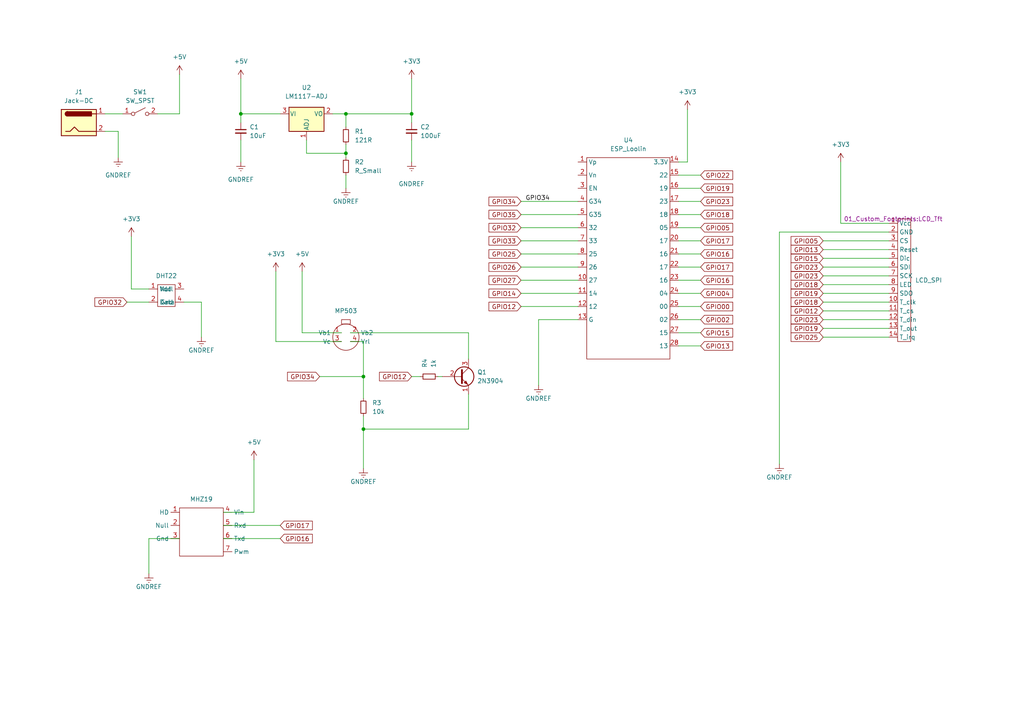
<source format=kicad_sch>
(kicad_sch (version 20211123) (generator eeschema)
  (paper "A4")
  (title_block (title "IOT_Air_Quality_Device") (date "2022-11-20") (rev "1.0") (company "MPROTOTYPING"))
  (lib_symbols
    (symbol "Connector:Jack-DC" (pin_names (offset 1.016))
      (property "Reference" "J" (at 0 5.334 0))
      (property "Value" "Jack-DC" (at 0 -5.08 0))
      (symbol "Jack-DC_0_1"
        (rectangle (start -5.08 3.81) (end 5.08 -3.81) (stroke (width 0.254)) (fill (type background)))
        (arc (start -3.302 3.175) (mid -3.937 2.54) (end -3.302 1.905) (stroke (width 0.254)))
        (arc (start -3.302 3.175) (mid -3.937 2.54) (end -3.302 1.905) (stroke (width 0.254)) (fill (type outline)))
        (polyline (pts (xy 5.08 2.54) (xy 3.81 2.54)) (stroke (width 0.254)))
        (polyline (pts (xy -3.81 -2.54) (xy -2.54 -2.54) (xy -1.27 -1.27) (xy 0 -2.54) (xy 2.54 -2.54) (xy 5.08 -2.54)) (stroke (width 0.254)))
        (rectangle (start 3.683 3.175) (end -3.302 1.905) (stroke (width 0.254)) (fill (type outline)))
      )
      (symbol "Jack-DC_1_1"
        (pin passive line (at 7.62 2.54 180) (length 2.54) (name "~") (number "1"))
        (pin passive line (at 7.62 -2.54 180) (length 2.54) (name "~") (number "2"))
      )
    )
    (symbol "Custom_Symbols:DHT22"
      (property "Value" "DHT22" (at 2.54 2.54 0))
      (symbol "DHT22_0_1"
        (rectangle (start 0 0) (end 5.08 -6.35))
      )
      (symbol "DHT22_1_1"
        (pin bidirectional line (at -2.54 -1.27 0) (length 2.54) (name "Vdd") (number "1"))
        (pin bidirectional line (at -2.54 -5.08 0) (length 2.54) (name "Data") (number "2"))
        (pin bidirectional line (at 7.62 -1.27 180) (length 2.54) (name "Null") (number "3"))
        (pin bidirectional line (at 7.62 -5.08 180) (length 2.54) (name "Gnd") (number "4"))
      )
    )
    (symbol "Custom_Symbols:ESP_Loolin"
      (property "Reference" "U" (at 0 1.27 0))
      (property "Value" "ESP_Loolin" (at 7.62 5.08 0))
      (symbol "ESP_Loolin_0_1"
        (rectangle (start 0 0) (end 24.13 -58.42))
      )
      (symbol "ESP_Loolin_1_1"
        (pin bidirectional line (at -2.54 -1.27 0) (length 2.54) (name "Vp") (number "1"))
        (pin bidirectional line (at -2.54 -35.56 0) (length 2.54) (name "27") (number "10"))
        (pin bidirectional line (at -2.54 -39.37 0) (length 2.54) (name "14") (number "11"))
        (pin bidirectional line (at -2.54 -43.18 0) (length 2.54) (name "12") (number "12"))
        (pin bidirectional line (at -2.54 -46.99 0) (length 2.54) (name "G") (number "13"))
        (pin bidirectional line (at 26.67 -1.27 180) (length 2.54) (name "3.3V") (number "14"))
        (pin bidirectional line (at 26.67 -5.08 180) (length 2.54) (name "22") (number "15"))
        (pin bidirectional line (at 26.67 -8.89 180) (length 2.54) (name "19") (number "16"))
        (pin bidirectional line (at 26.67 -12.7 180) (length 2.54) (name "23") (number "17"))
        (pin bidirectional line (at 26.67 -16.51 180) (length 2.54) (name "18") (number "18"))
        (pin bidirectional line (at 26.67 -20.32 180) (length 2.54) (name "05") (number "19"))
        (pin bidirectional line (at -2.54 -5.08 0) (length 2.54) (name "Vn") (number "2"))
        (pin bidirectional line (at 26.67 -24.13 180) (length 2.54) (name "17") (number "20"))
        (pin bidirectional line (at 26.67 -27.94 180) (length 2.54) (name "16") (number "21"))
        (pin bidirectional line (at 26.67 -31.75 180) (length 2.54) (name "17") (number "22"))
        (pin bidirectional line (at 26.67 -35.56 180) (length 2.54) (name "16") (number "23"))
        (pin bidirectional line (at 26.67 -39.37 180) (length 2.54) (name "04") (number "24"))
        (pin bidirectional line (at 26.67 -43.18 180) (length 2.54) (name "00") (number "25"))
        (pin bidirectional line (at 26.67 -46.99 180) (length 2.54) (name "02") (number "26"))
        (pin bidirectional line (at 26.67 -50.8 180) (length 2.54) (name "15") (number "27"))
        (pin bidirectional line (at 26.67 -54.61 180) (length 2.54) (name "13") (number "28"))
        (pin bidirectional line (at -2.54 -8.89 0) (length 2.54) (name "EN") (number "3"))
        (pin bidirectional line (at -2.54 -12.7 0) (length 2.54) (name "G34") (number "4"))
        (pin bidirectional line (at -2.54 -16.51 0) (length 2.54) (name "G35") (number "5"))
        (pin bidirectional line (at -2.54 -20.32 0) (length 2.54) (name "32") (number "6"))
        (pin bidirectional line (at -2.54 -24.13 0) (length 2.54) (name "33") (number "7"))
        (pin bidirectional line (at -2.54 -27.94 0) (length 2.54) (name "25") (number "8"))
        (pin bidirectional line (at -2.54 -31.75 0) (length 2.54) (name "26") (number "9"))
      )
    )
    (symbol "Custom_Symbols:LCD_SPI"
      (property "Value" "LCD_SPI" (at -5.08 1.27 0))
      (symbol "LCD_SPI_0_1"
        (rectangle (start 0 0) (end 3.81 -35.56))
      )
      (symbol "LCD_SPI_1_1"
        (pin bidirectional line (at -2.54 -1.27 0) (length 2.54) (name "Vcc") (number "1"))
        (pin bidirectional line (at -2.54 -24.13 0) (length 2.54) (name "T_clk") (number "10"))
        (pin bidirectional line (at -2.54 -26.67 0) (length 2.54) (name "T_cs") (number "11"))
        (pin bidirectional line (at -2.54 -29.21 0) (length 2.54) (name "T_din") (number "12"))
        (pin bidirectional line (at -2.54 -31.75 0) (length 2.54) (name "T_out") (number "13"))
        (pin bidirectional line (at -2.54 -34.29 0) (length 2.54) (name "T_irq") (number "14"))
        (pin bidirectional line (at -2.54 -3.81 0) (length 2.54) (name "GND") (number "2"))
        (pin bidirectional line (at -2.54 -6.35 0) (length 2.54) (name "CS") (number "3"))
        (pin bidirectional line (at -2.54 -8.89 0) (length 2.54) (name "Reset") (number "4"))
        (pin bidirectional line (at -2.54 -11.43 0) (length 2.54) (name "Dic") (number "5"))
        (pin bidirectional line (at -2.54 -13.97 0) (length 2.54) (name "SDI") (number "6"))
        (pin bidirectional line (at -2.54 -16.51 0) (length 2.54) (name "SCK") (number "7"))
        (pin bidirectional line (at -2.54 -19.05 0) (length 2.54) (name "LED") (number "8"))
        (pin bidirectional line (at -2.54 -21.59 0) (length 2.54) (name "SDO") (number "9"))
      )
    )
    (symbol "Custom_Symbols:MHZ19"
      (property "Value" "MHZ19" (at 5.08 1.27 0))
      (symbol "MHZ19_0_1"
        (rectangle (start 0 0) (end 12.7 -13.97))
      )
      (symbol "MHZ19_1_1"
        (pin bidirectional line (at 0 -1.27 180) (length 2.54) (name "HD") (number "1"))
        (pin bidirectional line (at 0 -5.08 180) (length 2.54) (name "Null") (number "2"))
        (pin bidirectional line (at 0 -8.89 180) (length 2.54) (name "Gnd") (number "3"))
        (pin bidirectional line (at 12.7 -1.27 0) (length 2.54) (name "Vin") (number "4"))
        (pin bidirectional line (at 12.7 -5.08 0) (length 2.54) (name "Rxd") (number "5"))
        (pin bidirectional line (at 12.7 -8.89 0) (length 2.54) (name "Txd") (number "6"))
        (pin bidirectional line (at 12.7 -12.7 0) (length 2.54) (name "Pwm") (number "7"))
      )
    )
    (symbol "Custom_Symbols:MP503"
      (property "Value" "MP503" (at 2.54 6.35 0))
      (symbol "MP503_0_1"
        (rectangle (start -1.27 5.08) (end 1.27 3.81))
        (circle (center 0 0) (radius 3.81))
      )
      (symbol "MP503_1_1"
        (pin bidirectional line (at -1.27 1.27 180) (length 2.54) (name "Vb1") (number "1"))
        (pin bidirectional line (at 1.27 1.27 0) (length 2.54) (name "Vb2") (number "2"))
        (pin bidirectional line (at -1.27 -1.27 180) (length 2.54) (name "Vc") (number "3"))
        (pin bidirectional line (at 1.27 -1.27 0) (length 2.54) (name "Vrl") (number "4"))
      )
    )
    (symbol "Device:C_Small" (pin_numbers hide) (pin_names (offset 0.254) hide)
      (property "Reference" "C" (at 0.254 1.778 0))
      (property "Value" "C_Small" (at 0.254 -2.032 0))
      (symbol "C_Small_0_1"
        (polyline (pts (xy -1.524 -0.508) (xy 1.524 -0.508)) (stroke (width 0.3302)))
        (polyline (pts (xy -1.524 0.508) (xy 1.524 0.508)) (stroke (width 0.3048)))
      )
      (symbol "C_Small_1_1"
        (pin passive line (at 0 2.54 270) (length 2.032) (name "~") (number "1"))
        (pin passive line (at 0 -2.54 90) (length 2.032) (name "~") (number "2"))
      )
    )
    (symbol "Device:R_Small" (pin_numbers hide) (pin_names (offset 0.254) hide)
      (property "Reference" "R" (at 0.762 0.508 0))
      (property "Value" "R_Small" (at 0.762 -1.016 0))
      (symbol "R_Small_0_1"
        (rectangle (start -0.762 1.778) (end 0.762 -1.778) (stroke (width 0.2032)))
      )
      (symbol "R_Small_1_1"
        (pin passive line (at 0 2.54 270) (length 0.762) (name "~") (number "1"))
        (pin passive line (at 0 -2.54 90) (length 0.762) (name "~") (number "2"))
      )
    )
    (symbol "Regulator_Linear:LM1117-ADJ" (pin_names (offset 0.254))
      (property "Reference" "U" (at -3.81 3.175 0))
      (property "Value" "LM1117-ADJ" (at 0 3.175 0))
      (symbol "LM1117-ADJ_0_1"
        (rectangle (start -5.08 -5.08) (end 5.08 1.905) (stroke (width 0.254)) (fill (type background)))
      )
      (symbol "LM1117-ADJ_1_1"
        (pin input line (at 0 -7.62 90) (length 2.54) (name "ADJ") (number "1"))
        (pin power_out line (at 7.62 0 180) (length 2.54) (name "VO") (number "2"))
        (pin power_in line (at -7.62 0 0) (length 2.54) (name "VI") (number "3"))
      )
    )
    (symbol "Switch:SW_SPST" (pin_names (offset 0) hide)
      (property "Reference" "SW" (at 0 3.175 0))
      (property "Value" "SW_SPST" (at 0 -2.54 0))
      (symbol "SW_SPST_0_0"
        (circle (center -2.032 0) (radius 0.508))
        (polyline (pts (xy -1.524 0.254) (xy 1.524 1.778)))
        (circle (center 2.032 0) (radius 0.508))
      )
      (symbol "SW_SPST_1_1"
        (pin passive line (at -5.08 0 0) (length 2.54) (name "A") (number "1"))
        (pin passive line (at 5.08 0 180) (length 2.54) (name "B") (number "2"))
      )
    )
    (symbol "Transistor_BJT:2N3904" (pin_names (offset 0) hide)
      (property "Reference" "Q" (at 5.08 1.905 0))
      (property "Value" "2N3904" (at 5.08 0 0))
      (symbol "2N3904_0_1"
        (polyline (pts (xy 0.635 0.635) (xy 2.54 2.54)))
        (polyline (pts (xy 0.635 -0.635) (xy 2.54 -2.54) (xy 2.54 -2.54)))
        (polyline (pts (xy 0.635 1.905) (xy 0.635 -1.905) (xy 0.635 -1.905)) (stroke (width 0.508)))
        (polyline (pts (xy 1.27 -1.778) (xy 1.778 -1.27) (xy 2.286 -2.286) (xy 1.27 -1.778) (xy 1.27 -1.778)) (fill (type outline)))
        (circle (center 1.27 0) (radius 2.8194) (stroke (width 0.254)))
      )
      (symbol "2N3904_1_1"
        (pin passive line (at 2.54 -5.08 90) (length 2.54) (name "E") (number "1"))
        (pin passive line (at -5.08 0 0) (length 5.715) (name "B") (number "2"))
        (pin passive line (at 2.54 5.08 270) (length 2.54) (name "C") (number "3"))
      )
    )
    (symbol "power:+3V3" (power) (pin_names (offset 0))
      (property "Value" "+3V3" (at 0 3.556 0))
      (symbol "+3V3_0_1"
        (polyline (pts (xy -0.762 1.27) (xy 0 2.54)))
        (polyline (pts (xy 0 0) (xy 0 2.54)))
        (polyline (pts (xy 0 2.54) (xy 0.762 1.27)))
      )
      (symbol "+3V3_1_1"
        (pin power_in line (at 0 0 90) (length 0) hide (name "+3V3") (number "1"))
      )
    )
    (symbol "power:+5V" (power) (pin_names (offset 0))
      (property "Value" "+5V" (at 0 3.556 0))
      (symbol "+5V_0_1"
        (polyline (pts (xy -0.762 1.27) (xy 0 2.54)))
        (polyline (pts (xy 0 0) (xy 0 2.54)))
        (polyline (pts (xy 0 2.54) (xy 0.762 1.27)))
      )
      (symbol "+5V_1_1"
        (pin power_in line (at 0 0 90) (length 0) hide (name "+5V") (number "1"))
      )
    )
    (symbol "power:GNDREF" (power) (pin_names (offset 0))
      (property "Value" "GNDREF" (at 0 -3.81 0))
      (symbol "GNDREF_0_1"
        (polyline (pts (xy -0.635 -1.905) (xy 0.635 -1.905)))
        (polyline (pts (xy -0.127 -2.54) (xy 0.127 -2.54)))
        (polyline (pts (xy 0 -1.27) (xy 0 0)))
        (polyline (pts (xy 1.27 -1.27) (xy -1.27 -1.27)))
      )
      (symbol "GNDREF_1_1"
        (pin power_in line (at 0 0 270) (length 0) hide (name "GNDREF") (number "1"))
      )
    )
  )
  (junction (at 105.41 124.46))
  (junction (at 119.38 33.02))
  (junction (at 100.33 33.02))
  (junction (at 69.85 33.02))
  (junction (at 105.41 109.22))
  (junction (at 100.33 44.45))
  (wire (pts (xy 196.85 73.66) (xy 203.2 73.66)))
  (wire (pts (xy 151.13 81.28) (xy 167.64 81.28)))
  (wire (pts (xy 257.81 64.77) (xy 243.84 64.77)))
  (wire (pts (xy 238.76 87.63) (xy 257.81 87.63)))
  (wire (pts (xy 100.33 33.02) (xy 119.38 33.02)))
  (wire (pts (xy 196.85 50.8) (xy 203.2 50.8)))
  (wire (pts (xy 105.41 120.65) (xy 105.41 124.46)))
  (wire (pts (xy 101.6 96.52) (xy 135.89 96.52)))
  (wire (pts (xy 100.33 41.91) (xy 100.33 44.45)))
  (wire (pts (xy 99.06 99.06) (xy 80.01 99.06)))
  (wire (pts (xy 257.81 67.31) (xy 226.06 67.31)))
  (wire (pts (xy 151.13 85.09) (xy 167.64 85.09)))
  (wire (pts (xy 238.76 82.55) (xy 257.81 82.55)))
  (wire (pts (xy 96.52 33.02) (xy 100.33 33.02)))
  (wire (pts (xy 69.85 22.86) (xy 69.85 33.02)))
  (wire (pts (xy 196.85 46.99) (xy 199.39 46.99)))
  (wire (pts (xy 156.21 92.71) (xy 156.21 111.76)))
  (wire (pts (xy 43.18 156.21) (xy 52.07 156.21)))
  (wire (pts (xy 196.85 77.47) (xy 203.2 77.47)))
  (wire (pts (xy 196.85 62.23) (xy 203.2 62.23)))
  (wire (pts (xy 156.21 92.71) (xy 167.64 92.71)))
  (wire (pts (xy 196.85 81.28) (xy 203.2 81.28)))
  (wire (pts (xy 196.85 96.52) (xy 203.2 96.52)))
  (wire (pts (xy 119.38 40.64) (xy 119.38 46.99)))
  (wire (pts (xy 105.41 109.22) (xy 105.41 115.57)))
  (wire (pts (xy 80.01 78.74) (xy 80.01 99.06)))
  (wire (pts (xy 64.77 152.4) (xy 81.28 152.4)))
  (wire (pts (xy 119.38 33.02) (xy 119.38 35.56)))
  (wire (pts (xy 38.1 83.82) (xy 43.18 83.82)))
  (wire (pts (xy 69.85 33.02) (xy 69.85 35.56)))
  (wire (pts (xy 53.34 87.63) (xy 58.42 87.63)))
  (wire (pts (xy 87.63 78.74) (xy 87.63 96.52)))
  (wire (pts (xy 101.6 99.06) (xy 105.41 99.06)))
  (wire (pts (xy 105.41 124.46) (xy 105.41 135.89)))
  (wire (pts (xy 196.85 54.61) (xy 203.2 54.61)))
  (wire (pts (xy 196.85 66.04) (xy 203.2 66.04)))
  (wire (pts (xy 196.85 58.42) (xy 203.2 58.42)))
  (wire (pts (xy 36.83 87.63) (xy 43.18 87.63)))
  (wire (pts (xy 88.9 40.64) (xy 88.9 44.45)))
  (wire (pts (xy 151.13 73.66) (xy 167.64 73.66)))
  (wire (pts (xy 196.85 88.9) (xy 203.2 88.9)))
  (wire (pts (xy 238.76 97.79) (xy 257.81 97.79)))
  (wire (pts (xy 196.85 92.71) (xy 203.2 92.71)))
  (wire (pts (xy 34.29 38.1) (xy 34.29 45.72)))
  (wire (pts (xy 100.33 33.02) (xy 100.33 36.83)))
  (wire (pts (xy 199.39 31.75) (xy 199.39 46.99)))
  (wire (pts (xy 238.76 92.71) (xy 257.81 92.71)))
  (wire (pts (xy 81.28 33.02) (xy 69.85 33.02)))
  (wire (pts (xy 45.72 33.02) (xy 52.07 33.02)))
  (wire (pts (xy 238.76 85.09) (xy 257.81 85.09)))
  (wire (pts (xy 92.71 109.22) (xy 105.41 109.22)))
  (wire (pts (xy 151.13 66.04) (xy 167.64 66.04)))
  (wire (pts (xy 100.33 50.8) (xy 100.33 54.61)))
  (wire (pts (xy 151.13 58.42) (xy 167.64 58.42)))
  (wire (pts (xy 64.77 156.21) (xy 81.28 156.21)))
  (wire (pts (xy 135.89 96.52) (xy 135.89 104.14)))
  (wire (pts (xy 38.1 83.82) (xy 38.1 68.58)))
  (wire (pts (xy 43.18 166.37) (xy 43.18 156.21)))
  (wire (pts (xy 238.76 72.39) (xy 257.81 72.39)))
  (wire (pts (xy 119.38 109.22) (xy 121.92 109.22)))
  (wire (pts (xy 58.42 87.63) (xy 58.42 97.79)))
  (wire (pts (xy 243.84 64.77) (xy 243.84 46.99)))
  (wire (pts (xy 196.85 85.09) (xy 203.2 85.09)))
  (wire (pts (xy 238.76 77.47) (xy 257.81 77.47)))
  (wire (pts (xy 135.89 114.3) (xy 135.89 124.46)))
  (wire (pts (xy 105.41 124.46) (xy 135.89 124.46)))
  (wire (pts (xy 238.76 74.93) (xy 257.81 74.93)))
  (wire (pts (xy 196.85 69.85) (xy 203.2 69.85)))
  (wire (pts (xy 238.76 69.85) (xy 257.81 69.85)))
  (wire (pts (xy 88.9 44.45) (xy 100.33 44.45)))
  (wire (pts (xy 30.48 38.1) (xy 34.29 38.1)))
  (wire (pts (xy 238.76 90.17) (xy 257.81 90.17)))
  (wire (pts (xy 226.06 67.31) (xy 226.06 134.62)))
  (wire (pts (xy 238.76 95.25) (xy 257.81 95.25)))
  (wire (pts (xy 73.66 148.59) (xy 73.66 133.35)))
  (wire (pts (xy 64.77 148.59) (xy 73.66 148.59)))
  (wire (pts (xy 238.76 80.01) (xy 257.81 80.01)))
  (wire (pts (xy 196.85 100.33) (xy 203.2 100.33)))
  (wire (pts (xy 151.13 62.23) (xy 167.64 62.23)))
  (wire (pts (xy 151.13 77.47) (xy 167.64 77.47)))
  (wire (pts (xy 151.13 88.9) (xy 167.64 88.9)))
  (wire (pts (xy 69.85 40.64) (xy 69.85 46.99)))
  (wire (pts (xy 119.38 22.86) (xy 119.38 33.02)))
  (wire (pts (xy 99.06 96.52) (xy 87.63 96.52)))
  (wire (pts (xy 151.13 69.85) (xy 167.64 69.85)))
  (wire (pts (xy 100.33 44.45) (xy 100.33 45.72)))
  (wire (pts (xy 105.41 99.06) (xy 105.41 109.22)))
  (wire (pts (xy 52.07 21.59) (xy 52.07 33.02)))
  (wire (pts (xy 128.27 109.22) (xy 127 109.22)))
  (wire (pts (xy 30.48 33.02) (xy 35.56 33.02)))
  (label "GPIO34" (at 152.4 58.42 0))
  (global_label "GPIO05" (shape input) (at 203.2 66.04 0) (property "Intersheet References" "${INTERSHEET_REFS}" (effects hide)))
  (global_label "GPIO16" (shape input) (at 81.28 156.21 0) (property "Intersheet References" "${INTERSHEET_REFS}" (effects hide)))
  (global_label "GPIO35" (shape input) (at 151.13 62.23 180) (property "Intersheet References" "${INTERSHEET_REFS}" (effects hide)))
  (global_label "GPIO17" (shape input) (at 203.2 77.47 0) (property "Intersheet References" "${INTERSHEET_REFS}" (effects hide)))
  (global_label "GPIO25" (shape input) (at 151.13 73.66 180) (property "Intersheet References" "${INTERSHEET_REFS}" (effects hide)))
  (global_label "GPIO12" (shape input) (at 119.38 109.22 180) (property "Intersheet References" "${INTERSHEET_REFS}" (effects hide)))
  (global_label "GPIO34" (shape input) (at 92.71 109.22 180) (property "Intersheet References" "${INTERSHEET_REFS}" (effects hide)))
  (global_label "GPIO05" (shape input) (at 238.76 69.85 180) (property "Intersheet References" "${INTERSHEET_REFS}" (effects hide)))
  (global_label "GPIO18" (shape input) (at 238.76 87.63 180) (property "Intersheet References" "${INTERSHEET_REFS}" (effects hide)))
  (global_label "GPIO12" (shape input) (at 151.13 88.9 180) (property "Intersheet References" "${INTERSHEET_REFS}" (effects hide)))
  (global_label "GPIO25" (shape input) (at 238.76 97.79 180) (property "Intersheet References" "${INTERSHEET_REFS}" (effects hide)))
  (global_label "GPIO18" (shape input) (at 238.76 82.55 180) (property "Intersheet References" "${INTERSHEET_REFS}" (effects hide)))
  (global_label "GPIO14" (shape input) (at 151.13 85.09 180) (property "Intersheet References" "${INTERSHEET_REFS}" (effects hide)))
  (global_label "GPIO32" (shape input) (at 151.13 66.04 180) (property "Intersheet References" "${INTERSHEET_REFS}" (effects hide)))
  (global_label "GPIO16" (shape input) (at 203.2 73.66 0) (property "Intersheet References" "${INTERSHEET_REFS}" (effects hide)))
  (global_label "GPIO19" (shape input) (at 238.76 95.25 180) (property "Intersheet References" "${INTERSHEET_REFS}" (effects hide)))
  (global_label "GPIO27" (shape input) (at 151.13 81.28 180) (property "Intersheet References" "${INTERSHEET_REFS}" (effects hide)))
  (global_label "GPIO18" (shape input) (at 203.2 62.23 0) (property "Intersheet References" "${INTERSHEET_REFS}" (effects hide)))
  (global_label "GPIO34" (shape input) (at 151.13 58.42 180) (property "Intersheet References" "${INTERSHEET_REFS}" (effects hide)))
  (global_label "GPIO33" (shape input) (at 151.13 69.85 180) (property "Intersheet References" "${INTERSHEET_REFS}" (effects hide)))
  (global_label "GPIO17" (shape input) (at 203.2 69.85 0) (property "Intersheet References" "${INTERSHEET_REFS}" (effects hide)))
  (global_label "GPIO12" (shape input) (at 238.76 90.17 180) (property "Intersheet References" "${INTERSHEET_REFS}" (effects hide)))
  (global_label "GPIO15" (shape input) (at 238.76 74.93 180) (property "Intersheet References" "${INTERSHEET_REFS}" (effects hide)))
  (global_label "GPIO13" (shape input) (at 238.76 72.39 180) (property "Intersheet References" "${INTERSHEET_REFS}" (effects hide)))
  (global_label "GPIO26" (shape input) (at 151.13 77.47 180) (property "Intersheet References" "${INTERSHEET_REFS}" (effects hide)))
  (global_label "GPIO23" (shape input) (at 238.76 77.47 180) (property "Intersheet References" "${INTERSHEET_REFS}" (effects hide)))
  (global_label "GPIO04" (shape input) (at 203.2 85.09 0) (property "Intersheet References" "${INTERSHEET_REFS}" (effects hide)))
  (global_label "GPIO23" (shape input) (at 238.76 92.71 180) (property "Intersheet References" "${INTERSHEET_REFS}" (effects hide)))
  (global_label "GPIO19" (shape input) (at 238.76 85.09 180) (property "Intersheet References" "${INTERSHEET_REFS}" (effects hide)))
  (global_label "GPIO00" (shape input) (at 203.2 88.9 0) (property "Intersheet References" "${INTERSHEET_REFS}" (effects hide)))
  (global_label "GPIO16" (shape input) (at 203.2 81.28 0) (property "Intersheet References" "${INTERSHEET_REFS}" (effects hide)))
  (global_label "GPIO32" (shape input) (at 36.83 87.63 180) (property "Intersheet References" "${INTERSHEET_REFS}" (effects hide)))
  (global_label "GPIO23" (shape input) (at 203.2 58.42 0) (property "Intersheet References" "${INTERSHEET_REFS}" (effects hide)))
  (global_label "GPIO15" (shape input) (at 203.2 96.52 0) (property "Intersheet References" "${INTERSHEET_REFS}" (effects hide)))
  (global_label "GPIO19" (shape input) (at 203.2 54.61 0) (property "Intersheet References" "${INTERSHEET_REFS}" (effects hide)))
  (global_label "GPIO17" (shape input) (at 81.28 152.4 0) (property "Intersheet References" "${INTERSHEET_REFS}" (effects hide)))
  (global_label "GPIO02" (shape input) (at 203.2 92.71 0) (property "Intersheet References" "${INTERSHEET_REFS}" (effects hide)))
  (global_label "GPIO13" (shape input) (at 203.2 100.33 0) (property "Intersheet References" "${INTERSHEET_REFS}" (effects hide)))
  (global_label "GPIO22" (shape input) (at 203.2 50.8 0) (property "Intersheet References" "${INTERSHEET_REFS}" (effects hide)))
  (global_label "GPIO23" (shape input) (at 238.76 80.01 180) (property "Intersheet References" "${INTERSHEET_REFS}" (effects hide)))
  (symbol (lib_id "Custom_Symbols:DHT22") (at 45.72 82.55 0) (unit 1)
    (property "Reference" "S1" (effects hide))
    (property "Value" "DHT22" (at 48.26 80.01 0))
    (property "Footprint" "Connector_PinHeader_1.00mm:PinHeader_1x04_P1.00mm_Vertical" (effects hide))
  )
  (symbol (lib_id "power:+5V") (at 69.85 22.86 0) (unit 1)
    (property "Reference" "#PWR0110" (effects hide))
    (property "Value" "+5V" (at 69.85 17.78 0))
  )
  (symbol (lib_id "power:GNDREF") (at 119.38 46.99 0) (unit 1)
    (property "Reference" "#PWR0101" (effects hide))
    (property "Value" "GNDREF" (at 119.38 53.34 0))
  )
  (symbol (lib_id "Device:C_Small") (at 69.85 38.1 0) (unit 1)
    (property "Reference" "C1" (at 72.39 36.8362 0) (effects (justify left)))
    (property "Value" "10uF" (at 72.39 39.3762 0) (effects (justify left)))
    (property "Footprint" "Capacitor_THT:CP_Axial_L10.0mm_D4.5mm_P15.00mm_Horizontal" (effects hide))
  )
  (symbol (lib_id "power:GNDREF") (at 105.41 135.89 0) (unit 1)
    (property "Reference" "#PWR0118" (effects hide))
    (property "Value" "GNDREF" (at 105.41 139.7 0))
  )
  (symbol (lib_id "power:GNDREF") (at 156.21 111.76 0) (unit 1)
    (property "Reference" "#PWR0104" (effects hide))
    (property "Value" "GNDREF" (at 156.21 115.57 0))
  )
  (symbol (lib_id "power:GNDREF") (at 34.29 45.72 0) (unit 1)
    (property "Reference" "#PWR0106" (effects hide))
    (property "Value" "GNDREF" (at 34.29 50.8 0))
  )
  (symbol (lib_id "Regulator_Linear:LM1117-ADJ") (at 88.9 33.02 0) (unit 1)
    (property "Reference" "U2" (at 88.9 25.4 0))
    (property "Value" "LM1117-ADJ" (at 88.9 27.94 0))
    (property "Footprint" "Package_TO_SOT_THT:TO-220-3_Vertical" (effects hide))
    (property "Datasheet" "http://www.ti.com/lit/ds/symlink/lm1117.pdf" (effects hide))
  )
  (symbol (lib_id "power:+3V3") (at 38.1 68.58 0) (unit 1)
    (property "Reference" "#PWR0117" (effects hide))
    (property "Value" "+3V3" (at 38.1 63.5 0))
  )
  (symbol (lib_id "power:+3V3") (at 243.84 46.99 0) (unit 1)
    (property "Reference" "#PWR0102" (effects hide))
    (property "Value" "+3V3" (at 243.84 41.91 0))
  )
  (symbol (lib_id "Switch:SW_SPST") (at 40.64 33.02 0) (unit 1)
    (property "Reference" "SW1" (at 40.64 26.67 0))
    (property "Value" "SW_SPST" (at 40.64 29.21 0))
    (property "Footprint" "Button_Switch_THT:SW_DIP_SPSTx01_Piano_10.8x4.1mm_W7.62mm_P2.54mm" (effects hide))
  )
  (symbol (lib_id "power:GNDREF") (at 226.06 134.62 0) (unit 1)
    (property "Reference" "#PWR0105" (effects hide))
    (property "Value" "GNDREF" (at 226.06 138.43 0))
  )
  (symbol (lib_id "Transistor_BJT:2N3904") (at 133.35 109.22 0) (unit 1)
    (property "Reference" "Q1" (at 138.43 107.9499 0) (effects (justify left)))
    (property "Value" "2N3904" (at 138.43 110.4899 0) (effects (justify left)))
    (property "Footprint" "Package_TO_SOT_THT:TO-92_Inline" (effects hide))
    (property "Datasheet" "https://www.onsemi.com/pub/Collateral/2N3903-D.PDF" (effects hide))
  )
  (symbol (lib_id "power:GNDREF") (at 69.85 46.99 0) (unit 1)
    (property "Reference" "#PWR0109" (effects hide))
    (property "Value" "GNDREF" (at 69.85 52.07 0))
  )
  (symbol (lib_id "power:GNDREF") (at 43.18 166.37 0) (unit 1)
    (property "Reference" "#PWR0115" (effects hide))
    (property "Value" "GNDREF" (at 43.18 170.18 0))
  )
  (symbol (lib_id "Custom_Symbols:MP503") (at 100.33 97.79 0) (unit 1)
    (property "Reference" "U3" (effects hide))
    (property "Value" "MP503" (at 100.33 90.17 0))
  )
  (symbol (lib_id "power:GNDREF") (at 100.33 54.61 0) (unit 1)
    (property "Reference" "#PWR0113" (effects hide))
    (property "Value" "GNDREF" (at 100.33 58.42 0))
  )
  (symbol (lib_id "Custom_Symbols:ESP_Loolin") (at 170.18 45.72 0) (unit 1)
    (property "Reference" "U4" (at 182.245 40.64 0))
    (property "Value" "ESP_Loolin" (at 182.245 43.18 0))
    (property "Footprint" "01_Custom_Footprints:ESP32_Loolin" (effects hide))
  )
  (symbol (lib_id "Device:R_Small") (at 100.33 39.37 0) (unit 1)
    (property "Reference" "R1" (at 102.87 38.1 0) (effects (justify left)))
    (property "Value" "121R" (at 102.87 40.64 0) (effects (justify left)))
    (property "Footprint" "Resistor_THT:R_Axial_DIN0309_L9.0mm_D3.2mm_P15.24mm_Horizontal" (effects hide))
  )
  (symbol (lib_id "power:+5V") (at 87.63 78.74 0) (unit 1)
    (property "Reference" "#PWR0112" (effects hide))
    (property "Value" "+5V" (at 87.63 73.66 0))
  )
  (symbol (lib_id "power:+5V") (at 52.07 21.59 0) (unit 1)
    (property "Reference" "#PWR0107" (effects hide))
    (property "Value" "+5V" (at 52.07 16.51 0))
  )
  (symbol (lib_id "power:+5V") (at 73.66 133.35 0) (unit 1)
    (property "Reference" "#PWR0114" (effects hide))
    (property "Value" "+5V" (at 73.66 128.27 0))
  )
  (symbol (lib_id "power:+3V3") (at 119.38 22.86 0) (unit 1)
    (property "Reference" "#PWR0108" (effects hide))
    (property "Value" "+3V3" (at 119.38 17.78 0))
  )
  (symbol (lib_id "power:+3V3") (at 80.01 78.74 0) (unit 1)
    (property "Reference" "#PWR0111" (effects hide))
    (property "Value" "+3V3" (at 80.01 73.66 0))
  )
  (symbol (lib_id "power:+3V3") (at 199.39 31.75 0) (unit 1)
    (property "Reference" "#PWR0103" (effects hide))
    (property "Value" "+3V3" (at 199.39 26.67 0))
  )
  (symbol (lib_id "Custom_Symbols:LCD_SPI") (at 260.35 63.5 0) (unit 1)
    (property "Reference" "LCD1" (effects hide))
    (property "Value" "LCD_SPI" (at 265.43 81.2799 0) (effects (justify left)))
    (property "Footprint" "01_Custom_Footprints:LCD_Tft" (at 259.08 63.5 0))
  )
  (symbol (lib_id "Device:C_Small") (at 119.38 38.1 0) (unit 1)
    (property "Reference" "C2" (at 121.92 36.8362 0) (effects (justify left)))
    (property "Value" "100uF" (at 121.92 39.3762 0) (effects (justify left)))
    (property "Footprint" "Capacitor_THT:CP_Axial_L10.0mm_D4.5mm_P15.00mm_Horizontal" (effects hide))
  )
  (symbol (lib_id "Device:R_Small") (at 124.46 109.22 90) (unit 1)
    (property "Reference" "R4" (at 123.19 106.68 0) (effects (justify left)))
    (property "Value" "1k" (at 125.73 106.68 0) (effects (justify left)))
  )
  (symbol (lib_id "Device:R_Small") (at 100.33 48.26 0) (unit 1)
    (property "Reference" "R2" (at 102.87 46.99 0) (effects (justify left)))
    (property "Value" "R_Small" (at 102.87 49.53 0) (effects (justify left)))
    (property "Footprint" "Resistor_THT:R_Axial_DIN0309_L9.0mm_D3.2mm_P15.24mm_Horizontal" (effects hide))
  )
  (symbol (lib_id "Device:R_Small") (at 105.41 118.11 0) (unit 1)
    (property "Reference" "R3" (at 107.95 116.84 0) (effects (justify left)))
    (property "Value" "10k" (at 107.95 119.38 0) (effects (justify left)))
  )
  (symbol (lib_id "power:GNDREF") (at 58.42 97.79 0) (unit 1)
    (property "Reference" "#PWR0116" (effects hide))
    (property "Value" "GNDREF" (at 58.42 101.6 0))
  )
  (symbol (lib_id "Custom_Symbols:MHZ19") (at 52.07 147.32 0) (unit 1)
    (property "Reference" "U1" (effects hide))
    (property "Value" "MHZ19" (at 58.42 144.78 0))
  )
  (symbol (lib_id "Connector:Jack-DC") (at 22.86 35.56 0) (unit 1)
    (property "Reference" "J1" (at 22.86 26.67 0))
    (property "Value" "Jack-DC" (at 22.86 29.21 0))
    (property "Footprint" "Connector_BarrelJack:BarrelJack_SwitchcraftConxall_RAPC10U_Horizontal" (effects hide))
  )
)
</source>
